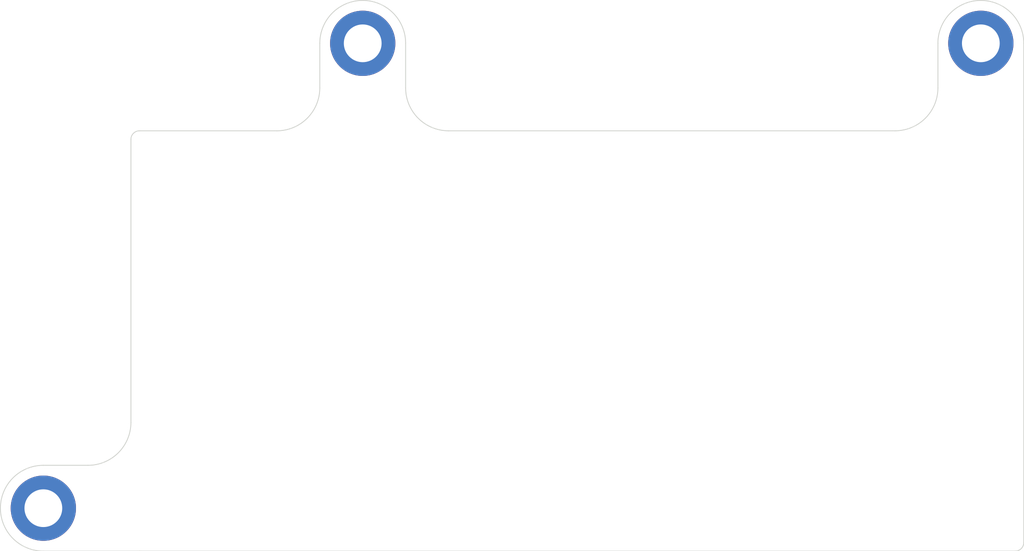
<source format=kicad_pcb>
(kicad_pcb (version 20240108) (generator "pcbnew") (generator_version "8.0")
  (layers (0 "F.Cu" signal) (31 "B.Cu" signal) (34 "B.Paste" user) (35 "F.Paste" user) (36 "B.SilkS" user "B.Silkscreen") (37 "F.SilkS" user "F.Silkscreen") (38 "B.Mask" user) (39 "F.Mask" user) (44 "Edge.Cuts" user))
  (net 0 "")
  (footprint "MountingHole:MountingHole_2.2mm_M2_DIN965_Pad" (layer "F.Cu") (at 203.944652 130.701487)
    (property "Reference" "REF**" (hide yes))
    (property "Value" "MountingHole_2.2mm_M2_DIN965_Pad" (hide yes))
    (pad "1" thru_hole circle (at 0 0) (size 3.8 3.8) (drill 2.2) (layers "*.Cu" "*.Mask"))
  )
  (footprint "MountingHole:MountingHole_2.2mm_M2_DIN965_Pad" (layer "F.Cu") (at 239.944651 130.701487)
    (property "Reference" "REF**" (hide yes))
    (property "Value" "MountingHole_2.2mm_M2_DIN965_Pad" (hide yes))
    (pad "1" thru_hole circle (at 0 0) (size 3.8 3.8) (drill 2.2) (layers "*.Cu" "*.Mask"))
  )
  (footprint "MountingHole:MountingHole_2.2mm_M2_DIN965_Pad" (layer "F.Cu") (at 185.344466 157.801494)
    (property "Reference" "REF**" (hide yes))
    (property "Value" "MountingHole_2.2mm_M2_DIN965_Pad" (hide yes))
    (pad "1" thru_hole circle (at 0 0) (size 3.8 3.8) (drill 2.2) (layers "*.Cu" "*.Mask"))
  )
  (gr_line (start 242.444651 130.701487) (end 242.444651 136.301503) (stroke (width 0.05)) (layer "Edge.Cuts"))
  (gr_arc (start 190.444652 136.301504) (mid 190.591091 135.947942) (end 190.944651 135.801503) (stroke (width 0.05)) (layer "Edge.Cuts"))
  (gr_arc (start 237.444651 130.701487) (mid 239.944651 128.201487) (end 242.444651 130.701487) (stroke (width 0.05)) (layer "Edge.Cuts"))
  (gr_line (start 234.944652 135.801503) (end 208.944652 135.801503) (stroke (width 0.05)) (layer "Edge.Cuts"))
  (gr_arc (start 201.444652 130.701487) (mid 203.944652 128.201487) (end 206.444652 130.701487) (stroke (width 0.05)) (layer "Edge.Cuts"))
  (gr_arc (start 237.444652 133.301503) (mid 236.712419 135.06927) (end 234.944652 135.801503) (stroke (width 0.05)) (layer "Edge.Cuts"))
  (gr_arc (start 185.344426 160.301488) (mid 182.844466 157.801494) (end 185.344426 155.301488) (stroke (width 0.05)) (layer "Edge.Cuts"))
  (gr_line (start 242.44465 159.801495) (end 242.44465 136.301503) (stroke (width 0.05)) (layer "Edge.Cuts"))
  (gr_line (start 198.944652 135.801503) (end 190.944651 135.801503) (stroke (width 0.05)) (layer "Edge.Cuts"))
  (gr_line (start 185.344466 160.301494) (end 190.944652 160.301494) (stroke (width 0.05)) (layer "Edge.Cuts"))
  (gr_line (start 190.944651 160.301494) (end 241.944651 160.301494) (stroke (width 0.05)) (layer "Edge.Cuts"))
  (gr_arc (start 242.44465 159.801495) (mid 242.2982 160.155044) (end 241.944651 160.301494) (stroke (width 0.05)) (layer "Edge.Cuts"))
  (gr_line (start 185.344466 155.301494) (end 187.944652 155.301494) (stroke (width 0.05)) (layer "Edge.Cuts"))
  (gr_line (start 201.444652 130.701487) (end 201.444652 133.301503) (stroke (width 0.05)) (layer "Edge.Cuts"))
  (gr_arc (start 201.444652 133.301503) (mid 200.712419 135.06927) (end 198.944652 135.801503) (stroke (width 0.05)) (layer "Edge.Cuts"))
  (gr_line (start 237.444651 130.701487) (end 237.444651 133.301503) (stroke (width 0.05)) (layer "Edge.Cuts"))
  (gr_line (start 206.444652 130.701487) (end 206.444652 133.301503) (stroke (width 0.05)) (layer "Edge.Cuts"))
  (gr_arc (start 208.944652 135.801503) (mid 207.176885 135.06927) (end 206.444652 133.301503) (stroke (width 0.05)) (layer "Edge.Cuts"))
  (gr_arc (start 190.444652 152.801494) (mid 189.712419 154.569261) (end 187.944652 155.301494) (stroke (width 0.05)) (layer "Edge.Cuts"))
  (gr_line (start 190.444652 136.301504) (end 190.444652 152.801494) (stroke (width 0.05)) (layer "Edge.Cuts"))
)
</source>
